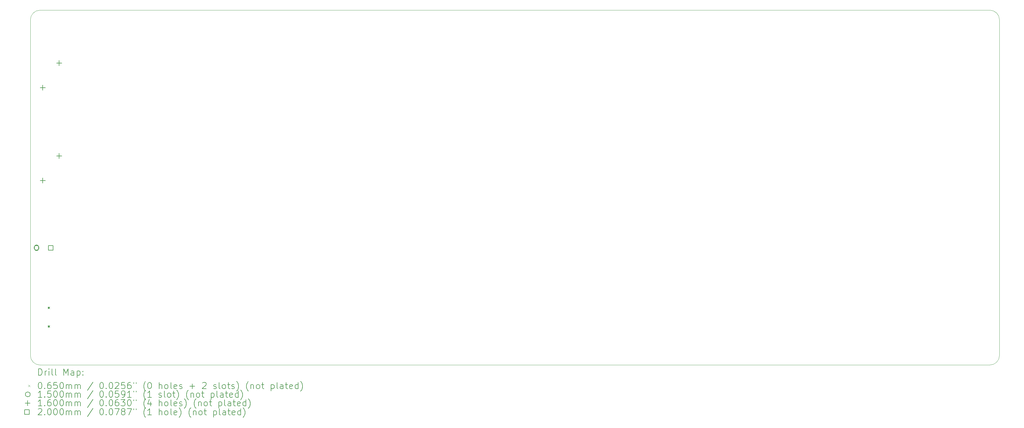
<source format=gbr>
%FSLAX45Y45*%
G04 Gerber Fmt 4.5, Leading zero omitted, Abs format (unit mm)*
G04 Created by KiCad (PCBNEW 6.0.5) date 2022-06-11 02:34:35*
%MOMM*%
%LPD*%
G01*
G04 APERTURE LIST*
%TA.AperFunction,Profile*%
%ADD10C,0.100000*%
%TD*%
%ADD11C,0.200000*%
%ADD12C,0.065000*%
%ADD13C,0.150000*%
%ADD14C,0.160000*%
G04 APERTURE END LIST*
D10*
X31200000Y-11900000D02*
X31200000Y-1500000D01*
X31200000Y-1500000D02*
G75*
G03*
X30900000Y-1200000I-300000J0D01*
G01*
X30900000Y-12200000D02*
G75*
G03*
X31200000Y-11900000I0J300000D01*
G01*
X1200000Y-11900000D02*
G75*
G03*
X1500000Y-12200000I300000J0D01*
G01*
X1200000Y-1500000D02*
X1200000Y-11900000D01*
X1500000Y-1200000D02*
G75*
G03*
X1200000Y-1500000I0J-300000D01*
G01*
X30900000Y-1200000D02*
X1500000Y-1200000D01*
X1500000Y-12200000D02*
X30900000Y-12200000D01*
D11*
D12*
X1737500Y-10394049D02*
X1802500Y-10459049D01*
X1802500Y-10394049D02*
X1737500Y-10459049D01*
D11*
X1747500Y-10426549D02*
X1747500Y-10426549D01*
X1792500Y-10426549D02*
X1792500Y-10426549D01*
X1747500Y-10426549D02*
G75*
G03*
X1792500Y-10426549I22500J0D01*
G01*
X1792500Y-10426549D02*
G75*
G03*
X1747500Y-10426549I-22500J0D01*
G01*
D12*
X1737500Y-10972049D02*
X1802500Y-11037049D01*
X1802500Y-10972049D02*
X1737500Y-11037049D01*
D11*
X1747500Y-11004549D02*
X1747500Y-11004549D01*
X1792500Y-11004549D02*
X1792500Y-11004549D01*
X1747500Y-11004549D02*
G75*
G03*
X1792500Y-11004549I22500J0D01*
G01*
X1792500Y-11004549D02*
G75*
G03*
X1747500Y-11004549I-22500J0D01*
G01*
D13*
X1465000Y-8565549D02*
G75*
G03*
X1465000Y-8565549I-75000J0D01*
G01*
D11*
X1455000Y-8590549D02*
X1455000Y-8540549D01*
X1325000Y-8590549D02*
X1325000Y-8540549D01*
X1455000Y-8540549D02*
G75*
G03*
X1325000Y-8540549I-65000J0D01*
G01*
X1325000Y-8590549D02*
G75*
G03*
X1455000Y-8590549I65000J0D01*
G01*
D14*
X1583000Y-3520000D02*
X1583000Y-3680000D01*
X1503000Y-3600000D02*
X1663000Y-3600000D01*
X1583000Y-6397549D02*
X1583000Y-6557549D01*
X1503000Y-6477549D02*
X1663000Y-6477549D01*
X2091000Y-2758000D02*
X2091000Y-2918000D01*
X2011000Y-2838000D02*
X2171000Y-2838000D01*
X2091000Y-5635549D02*
X2091000Y-5795549D01*
X2011000Y-5715549D02*
X2171000Y-5715549D01*
D11*
X1900711Y-8636260D02*
X1900711Y-8494838D01*
X1759289Y-8494838D01*
X1759289Y-8636260D01*
X1900711Y-8636260D01*
X1452619Y-12515476D02*
X1452619Y-12315476D01*
X1500238Y-12315476D01*
X1528809Y-12325000D01*
X1547857Y-12344048D01*
X1557381Y-12363095D01*
X1566905Y-12401190D01*
X1566905Y-12429762D01*
X1557381Y-12467857D01*
X1547857Y-12486905D01*
X1528809Y-12505952D01*
X1500238Y-12515476D01*
X1452619Y-12515476D01*
X1652619Y-12515476D02*
X1652619Y-12382143D01*
X1652619Y-12420238D02*
X1662143Y-12401190D01*
X1671667Y-12391667D01*
X1690714Y-12382143D01*
X1709762Y-12382143D01*
X1776428Y-12515476D02*
X1776428Y-12382143D01*
X1776428Y-12315476D02*
X1766905Y-12325000D01*
X1776428Y-12334524D01*
X1785952Y-12325000D01*
X1776428Y-12315476D01*
X1776428Y-12334524D01*
X1900238Y-12515476D02*
X1881190Y-12505952D01*
X1871667Y-12486905D01*
X1871667Y-12315476D01*
X2005000Y-12515476D02*
X1985952Y-12505952D01*
X1976428Y-12486905D01*
X1976428Y-12315476D01*
X2233571Y-12515476D02*
X2233571Y-12315476D01*
X2300238Y-12458333D01*
X2366905Y-12315476D01*
X2366905Y-12515476D01*
X2547857Y-12515476D02*
X2547857Y-12410714D01*
X2538333Y-12391667D01*
X2519286Y-12382143D01*
X2481190Y-12382143D01*
X2462143Y-12391667D01*
X2547857Y-12505952D02*
X2528810Y-12515476D01*
X2481190Y-12515476D01*
X2462143Y-12505952D01*
X2452619Y-12486905D01*
X2452619Y-12467857D01*
X2462143Y-12448809D01*
X2481190Y-12439286D01*
X2528810Y-12439286D01*
X2547857Y-12429762D01*
X2643095Y-12382143D02*
X2643095Y-12582143D01*
X2643095Y-12391667D02*
X2662143Y-12382143D01*
X2700238Y-12382143D01*
X2719286Y-12391667D01*
X2728810Y-12401190D01*
X2738333Y-12420238D01*
X2738333Y-12477381D01*
X2728810Y-12496428D01*
X2719286Y-12505952D01*
X2700238Y-12515476D01*
X2662143Y-12515476D01*
X2643095Y-12505952D01*
X2824048Y-12496428D02*
X2833571Y-12505952D01*
X2824048Y-12515476D01*
X2814524Y-12505952D01*
X2824048Y-12496428D01*
X2824048Y-12515476D01*
X2824048Y-12391667D02*
X2833571Y-12401190D01*
X2824048Y-12410714D01*
X2814524Y-12401190D01*
X2824048Y-12391667D01*
X2824048Y-12410714D01*
D12*
X1130000Y-12812500D02*
X1195000Y-12877500D01*
X1195000Y-12812500D02*
X1130000Y-12877500D01*
D11*
X1490714Y-12735476D02*
X1509762Y-12735476D01*
X1528809Y-12745000D01*
X1538333Y-12754524D01*
X1547857Y-12773571D01*
X1557381Y-12811667D01*
X1557381Y-12859286D01*
X1547857Y-12897381D01*
X1538333Y-12916428D01*
X1528809Y-12925952D01*
X1509762Y-12935476D01*
X1490714Y-12935476D01*
X1471667Y-12925952D01*
X1462143Y-12916428D01*
X1452619Y-12897381D01*
X1443095Y-12859286D01*
X1443095Y-12811667D01*
X1452619Y-12773571D01*
X1462143Y-12754524D01*
X1471667Y-12745000D01*
X1490714Y-12735476D01*
X1643095Y-12916428D02*
X1652619Y-12925952D01*
X1643095Y-12935476D01*
X1633571Y-12925952D01*
X1643095Y-12916428D01*
X1643095Y-12935476D01*
X1824048Y-12735476D02*
X1785952Y-12735476D01*
X1766905Y-12745000D01*
X1757381Y-12754524D01*
X1738333Y-12783095D01*
X1728809Y-12821190D01*
X1728809Y-12897381D01*
X1738333Y-12916428D01*
X1747857Y-12925952D01*
X1766905Y-12935476D01*
X1805000Y-12935476D01*
X1824048Y-12925952D01*
X1833571Y-12916428D01*
X1843095Y-12897381D01*
X1843095Y-12849762D01*
X1833571Y-12830714D01*
X1824048Y-12821190D01*
X1805000Y-12811667D01*
X1766905Y-12811667D01*
X1747857Y-12821190D01*
X1738333Y-12830714D01*
X1728809Y-12849762D01*
X2024048Y-12735476D02*
X1928809Y-12735476D01*
X1919286Y-12830714D01*
X1928809Y-12821190D01*
X1947857Y-12811667D01*
X1995476Y-12811667D01*
X2014524Y-12821190D01*
X2024048Y-12830714D01*
X2033571Y-12849762D01*
X2033571Y-12897381D01*
X2024048Y-12916428D01*
X2014524Y-12925952D01*
X1995476Y-12935476D01*
X1947857Y-12935476D01*
X1928809Y-12925952D01*
X1919286Y-12916428D01*
X2157381Y-12735476D02*
X2176429Y-12735476D01*
X2195476Y-12745000D01*
X2205000Y-12754524D01*
X2214524Y-12773571D01*
X2224048Y-12811667D01*
X2224048Y-12859286D01*
X2214524Y-12897381D01*
X2205000Y-12916428D01*
X2195476Y-12925952D01*
X2176429Y-12935476D01*
X2157381Y-12935476D01*
X2138333Y-12925952D01*
X2128810Y-12916428D01*
X2119286Y-12897381D01*
X2109762Y-12859286D01*
X2109762Y-12811667D01*
X2119286Y-12773571D01*
X2128810Y-12754524D01*
X2138333Y-12745000D01*
X2157381Y-12735476D01*
X2309762Y-12935476D02*
X2309762Y-12802143D01*
X2309762Y-12821190D02*
X2319286Y-12811667D01*
X2338333Y-12802143D01*
X2366905Y-12802143D01*
X2385952Y-12811667D01*
X2395476Y-12830714D01*
X2395476Y-12935476D01*
X2395476Y-12830714D02*
X2405000Y-12811667D01*
X2424048Y-12802143D01*
X2452619Y-12802143D01*
X2471667Y-12811667D01*
X2481190Y-12830714D01*
X2481190Y-12935476D01*
X2576429Y-12935476D02*
X2576429Y-12802143D01*
X2576429Y-12821190D02*
X2585952Y-12811667D01*
X2605000Y-12802143D01*
X2633571Y-12802143D01*
X2652619Y-12811667D01*
X2662143Y-12830714D01*
X2662143Y-12935476D01*
X2662143Y-12830714D02*
X2671667Y-12811667D01*
X2690714Y-12802143D01*
X2719286Y-12802143D01*
X2738333Y-12811667D01*
X2747857Y-12830714D01*
X2747857Y-12935476D01*
X3138333Y-12725952D02*
X2966905Y-12983095D01*
X3395476Y-12735476D02*
X3414524Y-12735476D01*
X3433571Y-12745000D01*
X3443095Y-12754524D01*
X3452619Y-12773571D01*
X3462143Y-12811667D01*
X3462143Y-12859286D01*
X3452619Y-12897381D01*
X3443095Y-12916428D01*
X3433571Y-12925952D01*
X3414524Y-12935476D01*
X3395476Y-12935476D01*
X3376428Y-12925952D01*
X3366905Y-12916428D01*
X3357381Y-12897381D01*
X3347857Y-12859286D01*
X3347857Y-12811667D01*
X3357381Y-12773571D01*
X3366905Y-12754524D01*
X3376428Y-12745000D01*
X3395476Y-12735476D01*
X3547857Y-12916428D02*
X3557381Y-12925952D01*
X3547857Y-12935476D01*
X3538333Y-12925952D01*
X3547857Y-12916428D01*
X3547857Y-12935476D01*
X3681190Y-12735476D02*
X3700238Y-12735476D01*
X3719286Y-12745000D01*
X3728809Y-12754524D01*
X3738333Y-12773571D01*
X3747857Y-12811667D01*
X3747857Y-12859286D01*
X3738333Y-12897381D01*
X3728809Y-12916428D01*
X3719286Y-12925952D01*
X3700238Y-12935476D01*
X3681190Y-12935476D01*
X3662143Y-12925952D01*
X3652619Y-12916428D01*
X3643095Y-12897381D01*
X3633571Y-12859286D01*
X3633571Y-12811667D01*
X3643095Y-12773571D01*
X3652619Y-12754524D01*
X3662143Y-12745000D01*
X3681190Y-12735476D01*
X3824048Y-12754524D02*
X3833571Y-12745000D01*
X3852619Y-12735476D01*
X3900238Y-12735476D01*
X3919286Y-12745000D01*
X3928809Y-12754524D01*
X3938333Y-12773571D01*
X3938333Y-12792619D01*
X3928809Y-12821190D01*
X3814524Y-12935476D01*
X3938333Y-12935476D01*
X4119286Y-12735476D02*
X4024048Y-12735476D01*
X4014524Y-12830714D01*
X4024048Y-12821190D01*
X4043095Y-12811667D01*
X4090714Y-12811667D01*
X4109762Y-12821190D01*
X4119286Y-12830714D01*
X4128809Y-12849762D01*
X4128809Y-12897381D01*
X4119286Y-12916428D01*
X4109762Y-12925952D01*
X4090714Y-12935476D01*
X4043095Y-12935476D01*
X4024048Y-12925952D01*
X4014524Y-12916428D01*
X4300238Y-12735476D02*
X4262143Y-12735476D01*
X4243095Y-12745000D01*
X4233571Y-12754524D01*
X4214524Y-12783095D01*
X4205000Y-12821190D01*
X4205000Y-12897381D01*
X4214524Y-12916428D01*
X4224048Y-12925952D01*
X4243095Y-12935476D01*
X4281190Y-12935476D01*
X4300238Y-12925952D01*
X4309762Y-12916428D01*
X4319286Y-12897381D01*
X4319286Y-12849762D01*
X4309762Y-12830714D01*
X4300238Y-12821190D01*
X4281190Y-12811667D01*
X4243095Y-12811667D01*
X4224048Y-12821190D01*
X4214524Y-12830714D01*
X4205000Y-12849762D01*
X4395476Y-12735476D02*
X4395476Y-12773571D01*
X4471667Y-12735476D02*
X4471667Y-12773571D01*
X4766905Y-13011667D02*
X4757381Y-13002143D01*
X4738333Y-12973571D01*
X4728810Y-12954524D01*
X4719286Y-12925952D01*
X4709762Y-12878333D01*
X4709762Y-12840238D01*
X4719286Y-12792619D01*
X4728810Y-12764048D01*
X4738333Y-12745000D01*
X4757381Y-12716428D01*
X4766905Y-12706905D01*
X4881190Y-12735476D02*
X4900238Y-12735476D01*
X4919286Y-12745000D01*
X4928810Y-12754524D01*
X4938333Y-12773571D01*
X4947857Y-12811667D01*
X4947857Y-12859286D01*
X4938333Y-12897381D01*
X4928810Y-12916428D01*
X4919286Y-12925952D01*
X4900238Y-12935476D01*
X4881190Y-12935476D01*
X4862143Y-12925952D01*
X4852619Y-12916428D01*
X4843095Y-12897381D01*
X4833571Y-12859286D01*
X4833571Y-12811667D01*
X4843095Y-12773571D01*
X4852619Y-12754524D01*
X4862143Y-12745000D01*
X4881190Y-12735476D01*
X5185952Y-12935476D02*
X5185952Y-12735476D01*
X5271667Y-12935476D02*
X5271667Y-12830714D01*
X5262143Y-12811667D01*
X5243095Y-12802143D01*
X5214524Y-12802143D01*
X5195476Y-12811667D01*
X5185952Y-12821190D01*
X5395476Y-12935476D02*
X5376429Y-12925952D01*
X5366905Y-12916428D01*
X5357381Y-12897381D01*
X5357381Y-12840238D01*
X5366905Y-12821190D01*
X5376429Y-12811667D01*
X5395476Y-12802143D01*
X5424048Y-12802143D01*
X5443095Y-12811667D01*
X5452619Y-12821190D01*
X5462143Y-12840238D01*
X5462143Y-12897381D01*
X5452619Y-12916428D01*
X5443095Y-12925952D01*
X5424048Y-12935476D01*
X5395476Y-12935476D01*
X5576429Y-12935476D02*
X5557381Y-12925952D01*
X5547857Y-12906905D01*
X5547857Y-12735476D01*
X5728809Y-12925952D02*
X5709762Y-12935476D01*
X5671667Y-12935476D01*
X5652619Y-12925952D01*
X5643095Y-12906905D01*
X5643095Y-12830714D01*
X5652619Y-12811667D01*
X5671667Y-12802143D01*
X5709762Y-12802143D01*
X5728809Y-12811667D01*
X5738333Y-12830714D01*
X5738333Y-12849762D01*
X5643095Y-12868809D01*
X5814524Y-12925952D02*
X5833571Y-12935476D01*
X5871667Y-12935476D01*
X5890714Y-12925952D01*
X5900238Y-12906905D01*
X5900238Y-12897381D01*
X5890714Y-12878333D01*
X5871667Y-12868809D01*
X5843095Y-12868809D01*
X5824048Y-12859286D01*
X5814524Y-12840238D01*
X5814524Y-12830714D01*
X5824048Y-12811667D01*
X5843095Y-12802143D01*
X5871667Y-12802143D01*
X5890714Y-12811667D01*
X6138333Y-12859286D02*
X6290714Y-12859286D01*
X6214524Y-12935476D02*
X6214524Y-12783095D01*
X6528809Y-12754524D02*
X6538333Y-12745000D01*
X6557381Y-12735476D01*
X6605000Y-12735476D01*
X6624048Y-12745000D01*
X6633571Y-12754524D01*
X6643095Y-12773571D01*
X6643095Y-12792619D01*
X6633571Y-12821190D01*
X6519286Y-12935476D01*
X6643095Y-12935476D01*
X6871667Y-12925952D02*
X6890714Y-12935476D01*
X6928809Y-12935476D01*
X6947857Y-12925952D01*
X6957381Y-12906905D01*
X6957381Y-12897381D01*
X6947857Y-12878333D01*
X6928809Y-12868809D01*
X6900238Y-12868809D01*
X6881190Y-12859286D01*
X6871667Y-12840238D01*
X6871667Y-12830714D01*
X6881190Y-12811667D01*
X6900238Y-12802143D01*
X6928809Y-12802143D01*
X6947857Y-12811667D01*
X7071667Y-12935476D02*
X7052619Y-12925952D01*
X7043095Y-12906905D01*
X7043095Y-12735476D01*
X7176428Y-12935476D02*
X7157381Y-12925952D01*
X7147857Y-12916428D01*
X7138333Y-12897381D01*
X7138333Y-12840238D01*
X7147857Y-12821190D01*
X7157381Y-12811667D01*
X7176428Y-12802143D01*
X7205000Y-12802143D01*
X7224048Y-12811667D01*
X7233571Y-12821190D01*
X7243095Y-12840238D01*
X7243095Y-12897381D01*
X7233571Y-12916428D01*
X7224048Y-12925952D01*
X7205000Y-12935476D01*
X7176428Y-12935476D01*
X7300238Y-12802143D02*
X7376428Y-12802143D01*
X7328809Y-12735476D02*
X7328809Y-12906905D01*
X7338333Y-12925952D01*
X7357381Y-12935476D01*
X7376428Y-12935476D01*
X7433571Y-12925952D02*
X7452619Y-12935476D01*
X7490714Y-12935476D01*
X7509762Y-12925952D01*
X7519286Y-12906905D01*
X7519286Y-12897381D01*
X7509762Y-12878333D01*
X7490714Y-12868809D01*
X7462143Y-12868809D01*
X7443095Y-12859286D01*
X7433571Y-12840238D01*
X7433571Y-12830714D01*
X7443095Y-12811667D01*
X7462143Y-12802143D01*
X7490714Y-12802143D01*
X7509762Y-12811667D01*
X7585952Y-13011667D02*
X7595476Y-13002143D01*
X7614524Y-12973571D01*
X7624048Y-12954524D01*
X7633571Y-12925952D01*
X7643095Y-12878333D01*
X7643095Y-12840238D01*
X7633571Y-12792619D01*
X7624048Y-12764048D01*
X7614524Y-12745000D01*
X7595476Y-12716428D01*
X7585952Y-12706905D01*
X7947857Y-13011667D02*
X7938333Y-13002143D01*
X7919286Y-12973571D01*
X7909762Y-12954524D01*
X7900238Y-12925952D01*
X7890714Y-12878333D01*
X7890714Y-12840238D01*
X7900238Y-12792619D01*
X7909762Y-12764048D01*
X7919286Y-12745000D01*
X7938333Y-12716428D01*
X7947857Y-12706905D01*
X8024048Y-12802143D02*
X8024048Y-12935476D01*
X8024048Y-12821190D02*
X8033571Y-12811667D01*
X8052619Y-12802143D01*
X8081190Y-12802143D01*
X8100238Y-12811667D01*
X8109762Y-12830714D01*
X8109762Y-12935476D01*
X8233571Y-12935476D02*
X8214524Y-12925952D01*
X8205000Y-12916428D01*
X8195476Y-12897381D01*
X8195476Y-12840238D01*
X8205000Y-12821190D01*
X8214524Y-12811667D01*
X8233571Y-12802143D01*
X8262143Y-12802143D01*
X8281190Y-12811667D01*
X8290714Y-12821190D01*
X8300238Y-12840238D01*
X8300238Y-12897381D01*
X8290714Y-12916428D01*
X8281190Y-12925952D01*
X8262143Y-12935476D01*
X8233571Y-12935476D01*
X8357381Y-12802143D02*
X8433571Y-12802143D01*
X8385952Y-12735476D02*
X8385952Y-12906905D01*
X8395476Y-12925952D01*
X8414524Y-12935476D01*
X8433571Y-12935476D01*
X8652619Y-12802143D02*
X8652619Y-13002143D01*
X8652619Y-12811667D02*
X8671667Y-12802143D01*
X8709762Y-12802143D01*
X8728810Y-12811667D01*
X8738333Y-12821190D01*
X8747857Y-12840238D01*
X8747857Y-12897381D01*
X8738333Y-12916428D01*
X8728810Y-12925952D01*
X8709762Y-12935476D01*
X8671667Y-12935476D01*
X8652619Y-12925952D01*
X8862143Y-12935476D02*
X8843095Y-12925952D01*
X8833571Y-12906905D01*
X8833571Y-12735476D01*
X9024048Y-12935476D02*
X9024048Y-12830714D01*
X9014524Y-12811667D01*
X8995476Y-12802143D01*
X8957381Y-12802143D01*
X8938333Y-12811667D01*
X9024048Y-12925952D02*
X9005000Y-12935476D01*
X8957381Y-12935476D01*
X8938333Y-12925952D01*
X8928810Y-12906905D01*
X8928810Y-12887857D01*
X8938333Y-12868809D01*
X8957381Y-12859286D01*
X9005000Y-12859286D01*
X9024048Y-12849762D01*
X9090714Y-12802143D02*
X9166905Y-12802143D01*
X9119286Y-12735476D02*
X9119286Y-12906905D01*
X9128810Y-12925952D01*
X9147857Y-12935476D01*
X9166905Y-12935476D01*
X9309762Y-12925952D02*
X9290714Y-12935476D01*
X9252619Y-12935476D01*
X9233571Y-12925952D01*
X9224048Y-12906905D01*
X9224048Y-12830714D01*
X9233571Y-12811667D01*
X9252619Y-12802143D01*
X9290714Y-12802143D01*
X9309762Y-12811667D01*
X9319286Y-12830714D01*
X9319286Y-12849762D01*
X9224048Y-12868809D01*
X9490714Y-12935476D02*
X9490714Y-12735476D01*
X9490714Y-12925952D02*
X9471667Y-12935476D01*
X9433571Y-12935476D01*
X9414524Y-12925952D01*
X9405000Y-12916428D01*
X9395476Y-12897381D01*
X9395476Y-12840238D01*
X9405000Y-12821190D01*
X9414524Y-12811667D01*
X9433571Y-12802143D01*
X9471667Y-12802143D01*
X9490714Y-12811667D01*
X9566905Y-13011667D02*
X9576429Y-13002143D01*
X9595476Y-12973571D01*
X9605000Y-12954524D01*
X9614524Y-12925952D01*
X9624048Y-12878333D01*
X9624048Y-12840238D01*
X9614524Y-12792619D01*
X9605000Y-12764048D01*
X9595476Y-12745000D01*
X9576429Y-12716428D01*
X9566905Y-12706905D01*
D13*
X1195000Y-13109000D02*
G75*
G03*
X1195000Y-13109000I-75000J0D01*
G01*
D11*
X1557381Y-13199476D02*
X1443095Y-13199476D01*
X1500238Y-13199476D02*
X1500238Y-12999476D01*
X1481190Y-13028048D01*
X1462143Y-13047095D01*
X1443095Y-13056619D01*
X1643095Y-13180428D02*
X1652619Y-13189952D01*
X1643095Y-13199476D01*
X1633571Y-13189952D01*
X1643095Y-13180428D01*
X1643095Y-13199476D01*
X1833571Y-12999476D02*
X1738333Y-12999476D01*
X1728809Y-13094714D01*
X1738333Y-13085190D01*
X1757381Y-13075667D01*
X1805000Y-13075667D01*
X1824048Y-13085190D01*
X1833571Y-13094714D01*
X1843095Y-13113762D01*
X1843095Y-13161381D01*
X1833571Y-13180428D01*
X1824048Y-13189952D01*
X1805000Y-13199476D01*
X1757381Y-13199476D01*
X1738333Y-13189952D01*
X1728809Y-13180428D01*
X1966905Y-12999476D02*
X1985952Y-12999476D01*
X2005000Y-13009000D01*
X2014524Y-13018524D01*
X2024048Y-13037571D01*
X2033571Y-13075667D01*
X2033571Y-13123286D01*
X2024048Y-13161381D01*
X2014524Y-13180428D01*
X2005000Y-13189952D01*
X1985952Y-13199476D01*
X1966905Y-13199476D01*
X1947857Y-13189952D01*
X1938333Y-13180428D01*
X1928809Y-13161381D01*
X1919286Y-13123286D01*
X1919286Y-13075667D01*
X1928809Y-13037571D01*
X1938333Y-13018524D01*
X1947857Y-13009000D01*
X1966905Y-12999476D01*
X2157381Y-12999476D02*
X2176429Y-12999476D01*
X2195476Y-13009000D01*
X2205000Y-13018524D01*
X2214524Y-13037571D01*
X2224048Y-13075667D01*
X2224048Y-13123286D01*
X2214524Y-13161381D01*
X2205000Y-13180428D01*
X2195476Y-13189952D01*
X2176429Y-13199476D01*
X2157381Y-13199476D01*
X2138333Y-13189952D01*
X2128810Y-13180428D01*
X2119286Y-13161381D01*
X2109762Y-13123286D01*
X2109762Y-13075667D01*
X2119286Y-13037571D01*
X2128810Y-13018524D01*
X2138333Y-13009000D01*
X2157381Y-12999476D01*
X2309762Y-13199476D02*
X2309762Y-13066143D01*
X2309762Y-13085190D02*
X2319286Y-13075667D01*
X2338333Y-13066143D01*
X2366905Y-13066143D01*
X2385952Y-13075667D01*
X2395476Y-13094714D01*
X2395476Y-13199476D01*
X2395476Y-13094714D02*
X2405000Y-13075667D01*
X2424048Y-13066143D01*
X2452619Y-13066143D01*
X2471667Y-13075667D01*
X2481190Y-13094714D01*
X2481190Y-13199476D01*
X2576429Y-13199476D02*
X2576429Y-13066143D01*
X2576429Y-13085190D02*
X2585952Y-13075667D01*
X2605000Y-13066143D01*
X2633571Y-13066143D01*
X2652619Y-13075667D01*
X2662143Y-13094714D01*
X2662143Y-13199476D01*
X2662143Y-13094714D02*
X2671667Y-13075667D01*
X2690714Y-13066143D01*
X2719286Y-13066143D01*
X2738333Y-13075667D01*
X2747857Y-13094714D01*
X2747857Y-13199476D01*
X3138333Y-12989952D02*
X2966905Y-13247095D01*
X3395476Y-12999476D02*
X3414524Y-12999476D01*
X3433571Y-13009000D01*
X3443095Y-13018524D01*
X3452619Y-13037571D01*
X3462143Y-13075667D01*
X3462143Y-13123286D01*
X3452619Y-13161381D01*
X3443095Y-13180428D01*
X3433571Y-13189952D01*
X3414524Y-13199476D01*
X3395476Y-13199476D01*
X3376428Y-13189952D01*
X3366905Y-13180428D01*
X3357381Y-13161381D01*
X3347857Y-13123286D01*
X3347857Y-13075667D01*
X3357381Y-13037571D01*
X3366905Y-13018524D01*
X3376428Y-13009000D01*
X3395476Y-12999476D01*
X3547857Y-13180428D02*
X3557381Y-13189952D01*
X3547857Y-13199476D01*
X3538333Y-13189952D01*
X3547857Y-13180428D01*
X3547857Y-13199476D01*
X3681190Y-12999476D02*
X3700238Y-12999476D01*
X3719286Y-13009000D01*
X3728809Y-13018524D01*
X3738333Y-13037571D01*
X3747857Y-13075667D01*
X3747857Y-13123286D01*
X3738333Y-13161381D01*
X3728809Y-13180428D01*
X3719286Y-13189952D01*
X3700238Y-13199476D01*
X3681190Y-13199476D01*
X3662143Y-13189952D01*
X3652619Y-13180428D01*
X3643095Y-13161381D01*
X3633571Y-13123286D01*
X3633571Y-13075667D01*
X3643095Y-13037571D01*
X3652619Y-13018524D01*
X3662143Y-13009000D01*
X3681190Y-12999476D01*
X3928809Y-12999476D02*
X3833571Y-12999476D01*
X3824048Y-13094714D01*
X3833571Y-13085190D01*
X3852619Y-13075667D01*
X3900238Y-13075667D01*
X3919286Y-13085190D01*
X3928809Y-13094714D01*
X3938333Y-13113762D01*
X3938333Y-13161381D01*
X3928809Y-13180428D01*
X3919286Y-13189952D01*
X3900238Y-13199476D01*
X3852619Y-13199476D01*
X3833571Y-13189952D01*
X3824048Y-13180428D01*
X4033571Y-13199476D02*
X4071667Y-13199476D01*
X4090714Y-13189952D01*
X4100238Y-13180428D01*
X4119286Y-13151857D01*
X4128809Y-13113762D01*
X4128809Y-13037571D01*
X4119286Y-13018524D01*
X4109762Y-13009000D01*
X4090714Y-12999476D01*
X4052619Y-12999476D01*
X4033571Y-13009000D01*
X4024048Y-13018524D01*
X4014524Y-13037571D01*
X4014524Y-13085190D01*
X4024048Y-13104238D01*
X4033571Y-13113762D01*
X4052619Y-13123286D01*
X4090714Y-13123286D01*
X4109762Y-13113762D01*
X4119286Y-13104238D01*
X4128809Y-13085190D01*
X4319286Y-13199476D02*
X4205000Y-13199476D01*
X4262143Y-13199476D02*
X4262143Y-12999476D01*
X4243095Y-13028048D01*
X4224048Y-13047095D01*
X4205000Y-13056619D01*
X4395476Y-12999476D02*
X4395476Y-13037571D01*
X4471667Y-12999476D02*
X4471667Y-13037571D01*
X4766905Y-13275667D02*
X4757381Y-13266143D01*
X4738333Y-13237571D01*
X4728810Y-13218524D01*
X4719286Y-13189952D01*
X4709762Y-13142333D01*
X4709762Y-13104238D01*
X4719286Y-13056619D01*
X4728810Y-13028048D01*
X4738333Y-13009000D01*
X4757381Y-12980428D01*
X4766905Y-12970905D01*
X4947857Y-13199476D02*
X4833571Y-13199476D01*
X4890714Y-13199476D02*
X4890714Y-12999476D01*
X4871667Y-13028048D01*
X4852619Y-13047095D01*
X4833571Y-13056619D01*
X5176429Y-13189952D02*
X5195476Y-13199476D01*
X5233571Y-13199476D01*
X5252619Y-13189952D01*
X5262143Y-13170905D01*
X5262143Y-13161381D01*
X5252619Y-13142333D01*
X5233571Y-13132809D01*
X5205000Y-13132809D01*
X5185952Y-13123286D01*
X5176429Y-13104238D01*
X5176429Y-13094714D01*
X5185952Y-13075667D01*
X5205000Y-13066143D01*
X5233571Y-13066143D01*
X5252619Y-13075667D01*
X5376429Y-13199476D02*
X5357381Y-13189952D01*
X5347857Y-13170905D01*
X5347857Y-12999476D01*
X5481190Y-13199476D02*
X5462143Y-13189952D01*
X5452619Y-13180428D01*
X5443095Y-13161381D01*
X5443095Y-13104238D01*
X5452619Y-13085190D01*
X5462143Y-13075667D01*
X5481190Y-13066143D01*
X5509762Y-13066143D01*
X5528810Y-13075667D01*
X5538333Y-13085190D01*
X5547857Y-13104238D01*
X5547857Y-13161381D01*
X5538333Y-13180428D01*
X5528810Y-13189952D01*
X5509762Y-13199476D01*
X5481190Y-13199476D01*
X5605000Y-13066143D02*
X5681190Y-13066143D01*
X5633571Y-12999476D02*
X5633571Y-13170905D01*
X5643095Y-13189952D01*
X5662143Y-13199476D01*
X5681190Y-13199476D01*
X5728809Y-13275667D02*
X5738333Y-13266143D01*
X5757381Y-13237571D01*
X5766905Y-13218524D01*
X5776428Y-13189952D01*
X5785952Y-13142333D01*
X5785952Y-13104238D01*
X5776428Y-13056619D01*
X5766905Y-13028048D01*
X5757381Y-13009000D01*
X5738333Y-12980428D01*
X5728809Y-12970905D01*
X6090714Y-13275667D02*
X6081190Y-13266143D01*
X6062143Y-13237571D01*
X6052619Y-13218524D01*
X6043095Y-13189952D01*
X6033571Y-13142333D01*
X6033571Y-13104238D01*
X6043095Y-13056619D01*
X6052619Y-13028048D01*
X6062143Y-13009000D01*
X6081190Y-12980428D01*
X6090714Y-12970905D01*
X6166905Y-13066143D02*
X6166905Y-13199476D01*
X6166905Y-13085190D02*
X6176428Y-13075667D01*
X6195476Y-13066143D01*
X6224048Y-13066143D01*
X6243095Y-13075667D01*
X6252619Y-13094714D01*
X6252619Y-13199476D01*
X6376428Y-13199476D02*
X6357381Y-13189952D01*
X6347857Y-13180428D01*
X6338333Y-13161381D01*
X6338333Y-13104238D01*
X6347857Y-13085190D01*
X6357381Y-13075667D01*
X6376428Y-13066143D01*
X6405000Y-13066143D01*
X6424048Y-13075667D01*
X6433571Y-13085190D01*
X6443095Y-13104238D01*
X6443095Y-13161381D01*
X6433571Y-13180428D01*
X6424048Y-13189952D01*
X6405000Y-13199476D01*
X6376428Y-13199476D01*
X6500238Y-13066143D02*
X6576428Y-13066143D01*
X6528809Y-12999476D02*
X6528809Y-13170905D01*
X6538333Y-13189952D01*
X6557381Y-13199476D01*
X6576428Y-13199476D01*
X6795476Y-13066143D02*
X6795476Y-13266143D01*
X6795476Y-13075667D02*
X6814524Y-13066143D01*
X6852619Y-13066143D01*
X6871667Y-13075667D01*
X6881190Y-13085190D01*
X6890714Y-13104238D01*
X6890714Y-13161381D01*
X6881190Y-13180428D01*
X6871667Y-13189952D01*
X6852619Y-13199476D01*
X6814524Y-13199476D01*
X6795476Y-13189952D01*
X7005000Y-13199476D02*
X6985952Y-13189952D01*
X6976428Y-13170905D01*
X6976428Y-12999476D01*
X7166905Y-13199476D02*
X7166905Y-13094714D01*
X7157381Y-13075667D01*
X7138333Y-13066143D01*
X7100238Y-13066143D01*
X7081190Y-13075667D01*
X7166905Y-13189952D02*
X7147857Y-13199476D01*
X7100238Y-13199476D01*
X7081190Y-13189952D01*
X7071667Y-13170905D01*
X7071667Y-13151857D01*
X7081190Y-13132809D01*
X7100238Y-13123286D01*
X7147857Y-13123286D01*
X7166905Y-13113762D01*
X7233571Y-13066143D02*
X7309762Y-13066143D01*
X7262143Y-12999476D02*
X7262143Y-13170905D01*
X7271667Y-13189952D01*
X7290714Y-13199476D01*
X7309762Y-13199476D01*
X7452619Y-13189952D02*
X7433571Y-13199476D01*
X7395476Y-13199476D01*
X7376428Y-13189952D01*
X7366905Y-13170905D01*
X7366905Y-13094714D01*
X7376428Y-13075667D01*
X7395476Y-13066143D01*
X7433571Y-13066143D01*
X7452619Y-13075667D01*
X7462143Y-13094714D01*
X7462143Y-13113762D01*
X7366905Y-13132809D01*
X7633571Y-13199476D02*
X7633571Y-12999476D01*
X7633571Y-13189952D02*
X7614524Y-13199476D01*
X7576428Y-13199476D01*
X7557381Y-13189952D01*
X7547857Y-13180428D01*
X7538333Y-13161381D01*
X7538333Y-13104238D01*
X7547857Y-13085190D01*
X7557381Y-13075667D01*
X7576428Y-13066143D01*
X7614524Y-13066143D01*
X7633571Y-13075667D01*
X7709762Y-13275667D02*
X7719286Y-13266143D01*
X7738333Y-13237571D01*
X7747857Y-13218524D01*
X7757381Y-13189952D01*
X7766905Y-13142333D01*
X7766905Y-13104238D01*
X7757381Y-13056619D01*
X7747857Y-13028048D01*
X7738333Y-13009000D01*
X7719286Y-12980428D01*
X7709762Y-12970905D01*
D14*
X1115000Y-13299000D02*
X1115000Y-13459000D01*
X1035000Y-13379000D02*
X1195000Y-13379000D01*
D11*
X1557381Y-13469476D02*
X1443095Y-13469476D01*
X1500238Y-13469476D02*
X1500238Y-13269476D01*
X1481190Y-13298048D01*
X1462143Y-13317095D01*
X1443095Y-13326619D01*
X1643095Y-13450428D02*
X1652619Y-13459952D01*
X1643095Y-13469476D01*
X1633571Y-13459952D01*
X1643095Y-13450428D01*
X1643095Y-13469476D01*
X1824048Y-13269476D02*
X1785952Y-13269476D01*
X1766905Y-13279000D01*
X1757381Y-13288524D01*
X1738333Y-13317095D01*
X1728809Y-13355190D01*
X1728809Y-13431381D01*
X1738333Y-13450428D01*
X1747857Y-13459952D01*
X1766905Y-13469476D01*
X1805000Y-13469476D01*
X1824048Y-13459952D01*
X1833571Y-13450428D01*
X1843095Y-13431381D01*
X1843095Y-13383762D01*
X1833571Y-13364714D01*
X1824048Y-13355190D01*
X1805000Y-13345667D01*
X1766905Y-13345667D01*
X1747857Y-13355190D01*
X1738333Y-13364714D01*
X1728809Y-13383762D01*
X1966905Y-13269476D02*
X1985952Y-13269476D01*
X2005000Y-13279000D01*
X2014524Y-13288524D01*
X2024048Y-13307571D01*
X2033571Y-13345667D01*
X2033571Y-13393286D01*
X2024048Y-13431381D01*
X2014524Y-13450428D01*
X2005000Y-13459952D01*
X1985952Y-13469476D01*
X1966905Y-13469476D01*
X1947857Y-13459952D01*
X1938333Y-13450428D01*
X1928809Y-13431381D01*
X1919286Y-13393286D01*
X1919286Y-13345667D01*
X1928809Y-13307571D01*
X1938333Y-13288524D01*
X1947857Y-13279000D01*
X1966905Y-13269476D01*
X2157381Y-13269476D02*
X2176429Y-13269476D01*
X2195476Y-13279000D01*
X2205000Y-13288524D01*
X2214524Y-13307571D01*
X2224048Y-13345667D01*
X2224048Y-13393286D01*
X2214524Y-13431381D01*
X2205000Y-13450428D01*
X2195476Y-13459952D01*
X2176429Y-13469476D01*
X2157381Y-13469476D01*
X2138333Y-13459952D01*
X2128810Y-13450428D01*
X2119286Y-13431381D01*
X2109762Y-13393286D01*
X2109762Y-13345667D01*
X2119286Y-13307571D01*
X2128810Y-13288524D01*
X2138333Y-13279000D01*
X2157381Y-13269476D01*
X2309762Y-13469476D02*
X2309762Y-13336143D01*
X2309762Y-13355190D02*
X2319286Y-13345667D01*
X2338333Y-13336143D01*
X2366905Y-13336143D01*
X2385952Y-13345667D01*
X2395476Y-13364714D01*
X2395476Y-13469476D01*
X2395476Y-13364714D02*
X2405000Y-13345667D01*
X2424048Y-13336143D01*
X2452619Y-13336143D01*
X2471667Y-13345667D01*
X2481190Y-13364714D01*
X2481190Y-13469476D01*
X2576429Y-13469476D02*
X2576429Y-13336143D01*
X2576429Y-13355190D02*
X2585952Y-13345667D01*
X2605000Y-13336143D01*
X2633571Y-13336143D01*
X2652619Y-13345667D01*
X2662143Y-13364714D01*
X2662143Y-13469476D01*
X2662143Y-13364714D02*
X2671667Y-13345667D01*
X2690714Y-13336143D01*
X2719286Y-13336143D01*
X2738333Y-13345667D01*
X2747857Y-13364714D01*
X2747857Y-13469476D01*
X3138333Y-13259952D02*
X2966905Y-13517095D01*
X3395476Y-13269476D02*
X3414524Y-13269476D01*
X3433571Y-13279000D01*
X3443095Y-13288524D01*
X3452619Y-13307571D01*
X3462143Y-13345667D01*
X3462143Y-13393286D01*
X3452619Y-13431381D01*
X3443095Y-13450428D01*
X3433571Y-13459952D01*
X3414524Y-13469476D01*
X3395476Y-13469476D01*
X3376428Y-13459952D01*
X3366905Y-13450428D01*
X3357381Y-13431381D01*
X3347857Y-13393286D01*
X3347857Y-13345667D01*
X3357381Y-13307571D01*
X3366905Y-13288524D01*
X3376428Y-13279000D01*
X3395476Y-13269476D01*
X3547857Y-13450428D02*
X3557381Y-13459952D01*
X3547857Y-13469476D01*
X3538333Y-13459952D01*
X3547857Y-13450428D01*
X3547857Y-13469476D01*
X3681190Y-13269476D02*
X3700238Y-13269476D01*
X3719286Y-13279000D01*
X3728809Y-13288524D01*
X3738333Y-13307571D01*
X3747857Y-13345667D01*
X3747857Y-13393286D01*
X3738333Y-13431381D01*
X3728809Y-13450428D01*
X3719286Y-13459952D01*
X3700238Y-13469476D01*
X3681190Y-13469476D01*
X3662143Y-13459952D01*
X3652619Y-13450428D01*
X3643095Y-13431381D01*
X3633571Y-13393286D01*
X3633571Y-13345667D01*
X3643095Y-13307571D01*
X3652619Y-13288524D01*
X3662143Y-13279000D01*
X3681190Y-13269476D01*
X3919286Y-13269476D02*
X3881190Y-13269476D01*
X3862143Y-13279000D01*
X3852619Y-13288524D01*
X3833571Y-13317095D01*
X3824048Y-13355190D01*
X3824048Y-13431381D01*
X3833571Y-13450428D01*
X3843095Y-13459952D01*
X3862143Y-13469476D01*
X3900238Y-13469476D01*
X3919286Y-13459952D01*
X3928809Y-13450428D01*
X3938333Y-13431381D01*
X3938333Y-13383762D01*
X3928809Y-13364714D01*
X3919286Y-13355190D01*
X3900238Y-13345667D01*
X3862143Y-13345667D01*
X3843095Y-13355190D01*
X3833571Y-13364714D01*
X3824048Y-13383762D01*
X4005000Y-13269476D02*
X4128809Y-13269476D01*
X4062143Y-13345667D01*
X4090714Y-13345667D01*
X4109762Y-13355190D01*
X4119286Y-13364714D01*
X4128809Y-13383762D01*
X4128809Y-13431381D01*
X4119286Y-13450428D01*
X4109762Y-13459952D01*
X4090714Y-13469476D01*
X4033571Y-13469476D01*
X4014524Y-13459952D01*
X4005000Y-13450428D01*
X4252619Y-13269476D02*
X4271667Y-13269476D01*
X4290714Y-13279000D01*
X4300238Y-13288524D01*
X4309762Y-13307571D01*
X4319286Y-13345667D01*
X4319286Y-13393286D01*
X4309762Y-13431381D01*
X4300238Y-13450428D01*
X4290714Y-13459952D01*
X4271667Y-13469476D01*
X4252619Y-13469476D01*
X4233571Y-13459952D01*
X4224048Y-13450428D01*
X4214524Y-13431381D01*
X4205000Y-13393286D01*
X4205000Y-13345667D01*
X4214524Y-13307571D01*
X4224048Y-13288524D01*
X4233571Y-13279000D01*
X4252619Y-13269476D01*
X4395476Y-13269476D02*
X4395476Y-13307571D01*
X4471667Y-13269476D02*
X4471667Y-13307571D01*
X4766905Y-13545667D02*
X4757381Y-13536143D01*
X4738333Y-13507571D01*
X4728810Y-13488524D01*
X4719286Y-13459952D01*
X4709762Y-13412333D01*
X4709762Y-13374238D01*
X4719286Y-13326619D01*
X4728810Y-13298048D01*
X4738333Y-13279000D01*
X4757381Y-13250428D01*
X4766905Y-13240905D01*
X4928810Y-13336143D02*
X4928810Y-13469476D01*
X4881190Y-13259952D02*
X4833571Y-13402809D01*
X4957381Y-13402809D01*
X5185952Y-13469476D02*
X5185952Y-13269476D01*
X5271667Y-13469476D02*
X5271667Y-13364714D01*
X5262143Y-13345667D01*
X5243095Y-13336143D01*
X5214524Y-13336143D01*
X5195476Y-13345667D01*
X5185952Y-13355190D01*
X5395476Y-13469476D02*
X5376429Y-13459952D01*
X5366905Y-13450428D01*
X5357381Y-13431381D01*
X5357381Y-13374238D01*
X5366905Y-13355190D01*
X5376429Y-13345667D01*
X5395476Y-13336143D01*
X5424048Y-13336143D01*
X5443095Y-13345667D01*
X5452619Y-13355190D01*
X5462143Y-13374238D01*
X5462143Y-13431381D01*
X5452619Y-13450428D01*
X5443095Y-13459952D01*
X5424048Y-13469476D01*
X5395476Y-13469476D01*
X5576429Y-13469476D02*
X5557381Y-13459952D01*
X5547857Y-13440905D01*
X5547857Y-13269476D01*
X5728809Y-13459952D02*
X5709762Y-13469476D01*
X5671667Y-13469476D01*
X5652619Y-13459952D01*
X5643095Y-13440905D01*
X5643095Y-13364714D01*
X5652619Y-13345667D01*
X5671667Y-13336143D01*
X5709762Y-13336143D01*
X5728809Y-13345667D01*
X5738333Y-13364714D01*
X5738333Y-13383762D01*
X5643095Y-13402809D01*
X5814524Y-13459952D02*
X5833571Y-13469476D01*
X5871667Y-13469476D01*
X5890714Y-13459952D01*
X5900238Y-13440905D01*
X5900238Y-13431381D01*
X5890714Y-13412333D01*
X5871667Y-13402809D01*
X5843095Y-13402809D01*
X5824048Y-13393286D01*
X5814524Y-13374238D01*
X5814524Y-13364714D01*
X5824048Y-13345667D01*
X5843095Y-13336143D01*
X5871667Y-13336143D01*
X5890714Y-13345667D01*
X5966905Y-13545667D02*
X5976428Y-13536143D01*
X5995476Y-13507571D01*
X6005000Y-13488524D01*
X6014524Y-13459952D01*
X6024048Y-13412333D01*
X6024048Y-13374238D01*
X6014524Y-13326619D01*
X6005000Y-13298048D01*
X5995476Y-13279000D01*
X5976428Y-13250428D01*
X5966905Y-13240905D01*
X6328809Y-13545667D02*
X6319286Y-13536143D01*
X6300238Y-13507571D01*
X6290714Y-13488524D01*
X6281190Y-13459952D01*
X6271667Y-13412333D01*
X6271667Y-13374238D01*
X6281190Y-13326619D01*
X6290714Y-13298048D01*
X6300238Y-13279000D01*
X6319286Y-13250428D01*
X6328809Y-13240905D01*
X6405000Y-13336143D02*
X6405000Y-13469476D01*
X6405000Y-13355190D02*
X6414524Y-13345667D01*
X6433571Y-13336143D01*
X6462143Y-13336143D01*
X6481190Y-13345667D01*
X6490714Y-13364714D01*
X6490714Y-13469476D01*
X6614524Y-13469476D02*
X6595476Y-13459952D01*
X6585952Y-13450428D01*
X6576428Y-13431381D01*
X6576428Y-13374238D01*
X6585952Y-13355190D01*
X6595476Y-13345667D01*
X6614524Y-13336143D01*
X6643095Y-13336143D01*
X6662143Y-13345667D01*
X6671667Y-13355190D01*
X6681190Y-13374238D01*
X6681190Y-13431381D01*
X6671667Y-13450428D01*
X6662143Y-13459952D01*
X6643095Y-13469476D01*
X6614524Y-13469476D01*
X6738333Y-13336143D02*
X6814524Y-13336143D01*
X6766905Y-13269476D02*
X6766905Y-13440905D01*
X6776428Y-13459952D01*
X6795476Y-13469476D01*
X6814524Y-13469476D01*
X7033571Y-13336143D02*
X7033571Y-13536143D01*
X7033571Y-13345667D02*
X7052619Y-13336143D01*
X7090714Y-13336143D01*
X7109762Y-13345667D01*
X7119286Y-13355190D01*
X7128809Y-13374238D01*
X7128809Y-13431381D01*
X7119286Y-13450428D01*
X7109762Y-13459952D01*
X7090714Y-13469476D01*
X7052619Y-13469476D01*
X7033571Y-13459952D01*
X7243095Y-13469476D02*
X7224048Y-13459952D01*
X7214524Y-13440905D01*
X7214524Y-13269476D01*
X7405000Y-13469476D02*
X7405000Y-13364714D01*
X7395476Y-13345667D01*
X7376428Y-13336143D01*
X7338333Y-13336143D01*
X7319286Y-13345667D01*
X7405000Y-13459952D02*
X7385952Y-13469476D01*
X7338333Y-13469476D01*
X7319286Y-13459952D01*
X7309762Y-13440905D01*
X7309762Y-13421857D01*
X7319286Y-13402809D01*
X7338333Y-13393286D01*
X7385952Y-13393286D01*
X7405000Y-13383762D01*
X7471667Y-13336143D02*
X7547857Y-13336143D01*
X7500238Y-13269476D02*
X7500238Y-13440905D01*
X7509762Y-13459952D01*
X7528809Y-13469476D01*
X7547857Y-13469476D01*
X7690714Y-13459952D02*
X7671667Y-13469476D01*
X7633571Y-13469476D01*
X7614524Y-13459952D01*
X7605000Y-13440905D01*
X7605000Y-13364714D01*
X7614524Y-13345667D01*
X7633571Y-13336143D01*
X7671667Y-13336143D01*
X7690714Y-13345667D01*
X7700238Y-13364714D01*
X7700238Y-13383762D01*
X7605000Y-13402809D01*
X7871667Y-13469476D02*
X7871667Y-13269476D01*
X7871667Y-13459952D02*
X7852619Y-13469476D01*
X7814524Y-13469476D01*
X7795476Y-13459952D01*
X7785952Y-13450428D01*
X7776428Y-13431381D01*
X7776428Y-13374238D01*
X7785952Y-13355190D01*
X7795476Y-13345667D01*
X7814524Y-13336143D01*
X7852619Y-13336143D01*
X7871667Y-13345667D01*
X7947857Y-13545667D02*
X7957381Y-13536143D01*
X7976428Y-13507571D01*
X7985952Y-13488524D01*
X7995476Y-13459952D01*
X8005000Y-13412333D01*
X8005000Y-13374238D01*
X7995476Y-13326619D01*
X7985952Y-13298048D01*
X7976428Y-13279000D01*
X7957381Y-13250428D01*
X7947857Y-13240905D01*
X1165711Y-13729711D02*
X1165711Y-13588289D01*
X1024289Y-13588289D01*
X1024289Y-13729711D01*
X1165711Y-13729711D01*
X1443095Y-13568524D02*
X1452619Y-13559000D01*
X1471667Y-13549476D01*
X1519286Y-13549476D01*
X1538333Y-13559000D01*
X1547857Y-13568524D01*
X1557381Y-13587571D01*
X1557381Y-13606619D01*
X1547857Y-13635190D01*
X1433571Y-13749476D01*
X1557381Y-13749476D01*
X1643095Y-13730428D02*
X1652619Y-13739952D01*
X1643095Y-13749476D01*
X1633571Y-13739952D01*
X1643095Y-13730428D01*
X1643095Y-13749476D01*
X1776428Y-13549476D02*
X1795476Y-13549476D01*
X1814524Y-13559000D01*
X1824048Y-13568524D01*
X1833571Y-13587571D01*
X1843095Y-13625667D01*
X1843095Y-13673286D01*
X1833571Y-13711381D01*
X1824048Y-13730428D01*
X1814524Y-13739952D01*
X1795476Y-13749476D01*
X1776428Y-13749476D01*
X1757381Y-13739952D01*
X1747857Y-13730428D01*
X1738333Y-13711381D01*
X1728809Y-13673286D01*
X1728809Y-13625667D01*
X1738333Y-13587571D01*
X1747857Y-13568524D01*
X1757381Y-13559000D01*
X1776428Y-13549476D01*
X1966905Y-13549476D02*
X1985952Y-13549476D01*
X2005000Y-13559000D01*
X2014524Y-13568524D01*
X2024048Y-13587571D01*
X2033571Y-13625667D01*
X2033571Y-13673286D01*
X2024048Y-13711381D01*
X2014524Y-13730428D01*
X2005000Y-13739952D01*
X1985952Y-13749476D01*
X1966905Y-13749476D01*
X1947857Y-13739952D01*
X1938333Y-13730428D01*
X1928809Y-13711381D01*
X1919286Y-13673286D01*
X1919286Y-13625667D01*
X1928809Y-13587571D01*
X1938333Y-13568524D01*
X1947857Y-13559000D01*
X1966905Y-13549476D01*
X2157381Y-13549476D02*
X2176429Y-13549476D01*
X2195476Y-13559000D01*
X2205000Y-13568524D01*
X2214524Y-13587571D01*
X2224048Y-13625667D01*
X2224048Y-13673286D01*
X2214524Y-13711381D01*
X2205000Y-13730428D01*
X2195476Y-13739952D01*
X2176429Y-13749476D01*
X2157381Y-13749476D01*
X2138333Y-13739952D01*
X2128810Y-13730428D01*
X2119286Y-13711381D01*
X2109762Y-13673286D01*
X2109762Y-13625667D01*
X2119286Y-13587571D01*
X2128810Y-13568524D01*
X2138333Y-13559000D01*
X2157381Y-13549476D01*
X2309762Y-13749476D02*
X2309762Y-13616143D01*
X2309762Y-13635190D02*
X2319286Y-13625667D01*
X2338333Y-13616143D01*
X2366905Y-13616143D01*
X2385952Y-13625667D01*
X2395476Y-13644714D01*
X2395476Y-13749476D01*
X2395476Y-13644714D02*
X2405000Y-13625667D01*
X2424048Y-13616143D01*
X2452619Y-13616143D01*
X2471667Y-13625667D01*
X2481190Y-13644714D01*
X2481190Y-13749476D01*
X2576429Y-13749476D02*
X2576429Y-13616143D01*
X2576429Y-13635190D02*
X2585952Y-13625667D01*
X2605000Y-13616143D01*
X2633571Y-13616143D01*
X2652619Y-13625667D01*
X2662143Y-13644714D01*
X2662143Y-13749476D01*
X2662143Y-13644714D02*
X2671667Y-13625667D01*
X2690714Y-13616143D01*
X2719286Y-13616143D01*
X2738333Y-13625667D01*
X2747857Y-13644714D01*
X2747857Y-13749476D01*
X3138333Y-13539952D02*
X2966905Y-13797095D01*
X3395476Y-13549476D02*
X3414524Y-13549476D01*
X3433571Y-13559000D01*
X3443095Y-13568524D01*
X3452619Y-13587571D01*
X3462143Y-13625667D01*
X3462143Y-13673286D01*
X3452619Y-13711381D01*
X3443095Y-13730428D01*
X3433571Y-13739952D01*
X3414524Y-13749476D01*
X3395476Y-13749476D01*
X3376428Y-13739952D01*
X3366905Y-13730428D01*
X3357381Y-13711381D01*
X3347857Y-13673286D01*
X3347857Y-13625667D01*
X3357381Y-13587571D01*
X3366905Y-13568524D01*
X3376428Y-13559000D01*
X3395476Y-13549476D01*
X3547857Y-13730428D02*
X3557381Y-13739952D01*
X3547857Y-13749476D01*
X3538333Y-13739952D01*
X3547857Y-13730428D01*
X3547857Y-13749476D01*
X3681190Y-13549476D02*
X3700238Y-13549476D01*
X3719286Y-13559000D01*
X3728809Y-13568524D01*
X3738333Y-13587571D01*
X3747857Y-13625667D01*
X3747857Y-13673286D01*
X3738333Y-13711381D01*
X3728809Y-13730428D01*
X3719286Y-13739952D01*
X3700238Y-13749476D01*
X3681190Y-13749476D01*
X3662143Y-13739952D01*
X3652619Y-13730428D01*
X3643095Y-13711381D01*
X3633571Y-13673286D01*
X3633571Y-13625667D01*
X3643095Y-13587571D01*
X3652619Y-13568524D01*
X3662143Y-13559000D01*
X3681190Y-13549476D01*
X3814524Y-13549476D02*
X3947857Y-13549476D01*
X3862143Y-13749476D01*
X4052619Y-13635190D02*
X4033571Y-13625667D01*
X4024048Y-13616143D01*
X4014524Y-13597095D01*
X4014524Y-13587571D01*
X4024048Y-13568524D01*
X4033571Y-13559000D01*
X4052619Y-13549476D01*
X4090714Y-13549476D01*
X4109762Y-13559000D01*
X4119286Y-13568524D01*
X4128809Y-13587571D01*
X4128809Y-13597095D01*
X4119286Y-13616143D01*
X4109762Y-13625667D01*
X4090714Y-13635190D01*
X4052619Y-13635190D01*
X4033571Y-13644714D01*
X4024048Y-13654238D01*
X4014524Y-13673286D01*
X4014524Y-13711381D01*
X4024048Y-13730428D01*
X4033571Y-13739952D01*
X4052619Y-13749476D01*
X4090714Y-13749476D01*
X4109762Y-13739952D01*
X4119286Y-13730428D01*
X4128809Y-13711381D01*
X4128809Y-13673286D01*
X4119286Y-13654238D01*
X4109762Y-13644714D01*
X4090714Y-13635190D01*
X4195476Y-13549476D02*
X4328810Y-13549476D01*
X4243095Y-13749476D01*
X4395476Y-13549476D02*
X4395476Y-13587571D01*
X4471667Y-13549476D02*
X4471667Y-13587571D01*
X4766905Y-13825667D02*
X4757381Y-13816143D01*
X4738333Y-13787571D01*
X4728810Y-13768524D01*
X4719286Y-13739952D01*
X4709762Y-13692333D01*
X4709762Y-13654238D01*
X4719286Y-13606619D01*
X4728810Y-13578048D01*
X4738333Y-13559000D01*
X4757381Y-13530428D01*
X4766905Y-13520905D01*
X4947857Y-13749476D02*
X4833571Y-13749476D01*
X4890714Y-13749476D02*
X4890714Y-13549476D01*
X4871667Y-13578048D01*
X4852619Y-13597095D01*
X4833571Y-13606619D01*
X5185952Y-13749476D02*
X5185952Y-13549476D01*
X5271667Y-13749476D02*
X5271667Y-13644714D01*
X5262143Y-13625667D01*
X5243095Y-13616143D01*
X5214524Y-13616143D01*
X5195476Y-13625667D01*
X5185952Y-13635190D01*
X5395476Y-13749476D02*
X5376429Y-13739952D01*
X5366905Y-13730428D01*
X5357381Y-13711381D01*
X5357381Y-13654238D01*
X5366905Y-13635190D01*
X5376429Y-13625667D01*
X5395476Y-13616143D01*
X5424048Y-13616143D01*
X5443095Y-13625667D01*
X5452619Y-13635190D01*
X5462143Y-13654238D01*
X5462143Y-13711381D01*
X5452619Y-13730428D01*
X5443095Y-13739952D01*
X5424048Y-13749476D01*
X5395476Y-13749476D01*
X5576429Y-13749476D02*
X5557381Y-13739952D01*
X5547857Y-13720905D01*
X5547857Y-13549476D01*
X5728809Y-13739952D02*
X5709762Y-13749476D01*
X5671667Y-13749476D01*
X5652619Y-13739952D01*
X5643095Y-13720905D01*
X5643095Y-13644714D01*
X5652619Y-13625667D01*
X5671667Y-13616143D01*
X5709762Y-13616143D01*
X5728809Y-13625667D01*
X5738333Y-13644714D01*
X5738333Y-13663762D01*
X5643095Y-13682809D01*
X5805000Y-13825667D02*
X5814524Y-13816143D01*
X5833571Y-13787571D01*
X5843095Y-13768524D01*
X5852619Y-13739952D01*
X5862143Y-13692333D01*
X5862143Y-13654238D01*
X5852619Y-13606619D01*
X5843095Y-13578048D01*
X5833571Y-13559000D01*
X5814524Y-13530428D01*
X5805000Y-13520905D01*
X6166905Y-13825667D02*
X6157381Y-13816143D01*
X6138333Y-13787571D01*
X6128809Y-13768524D01*
X6119286Y-13739952D01*
X6109762Y-13692333D01*
X6109762Y-13654238D01*
X6119286Y-13606619D01*
X6128809Y-13578048D01*
X6138333Y-13559000D01*
X6157381Y-13530428D01*
X6166905Y-13520905D01*
X6243095Y-13616143D02*
X6243095Y-13749476D01*
X6243095Y-13635190D02*
X6252619Y-13625667D01*
X6271667Y-13616143D01*
X6300238Y-13616143D01*
X6319286Y-13625667D01*
X6328809Y-13644714D01*
X6328809Y-13749476D01*
X6452619Y-13749476D02*
X6433571Y-13739952D01*
X6424048Y-13730428D01*
X6414524Y-13711381D01*
X6414524Y-13654238D01*
X6424048Y-13635190D01*
X6433571Y-13625667D01*
X6452619Y-13616143D01*
X6481190Y-13616143D01*
X6500238Y-13625667D01*
X6509762Y-13635190D01*
X6519286Y-13654238D01*
X6519286Y-13711381D01*
X6509762Y-13730428D01*
X6500238Y-13739952D01*
X6481190Y-13749476D01*
X6452619Y-13749476D01*
X6576428Y-13616143D02*
X6652619Y-13616143D01*
X6605000Y-13549476D02*
X6605000Y-13720905D01*
X6614524Y-13739952D01*
X6633571Y-13749476D01*
X6652619Y-13749476D01*
X6871667Y-13616143D02*
X6871667Y-13816143D01*
X6871667Y-13625667D02*
X6890714Y-13616143D01*
X6928809Y-13616143D01*
X6947857Y-13625667D01*
X6957381Y-13635190D01*
X6966905Y-13654238D01*
X6966905Y-13711381D01*
X6957381Y-13730428D01*
X6947857Y-13739952D01*
X6928809Y-13749476D01*
X6890714Y-13749476D01*
X6871667Y-13739952D01*
X7081190Y-13749476D02*
X7062143Y-13739952D01*
X7052619Y-13720905D01*
X7052619Y-13549476D01*
X7243095Y-13749476D02*
X7243095Y-13644714D01*
X7233571Y-13625667D01*
X7214524Y-13616143D01*
X7176428Y-13616143D01*
X7157381Y-13625667D01*
X7243095Y-13739952D02*
X7224048Y-13749476D01*
X7176428Y-13749476D01*
X7157381Y-13739952D01*
X7147857Y-13720905D01*
X7147857Y-13701857D01*
X7157381Y-13682809D01*
X7176428Y-13673286D01*
X7224048Y-13673286D01*
X7243095Y-13663762D01*
X7309762Y-13616143D02*
X7385952Y-13616143D01*
X7338333Y-13549476D02*
X7338333Y-13720905D01*
X7347857Y-13739952D01*
X7366905Y-13749476D01*
X7385952Y-13749476D01*
X7528809Y-13739952D02*
X7509762Y-13749476D01*
X7471667Y-13749476D01*
X7452619Y-13739952D01*
X7443095Y-13720905D01*
X7443095Y-13644714D01*
X7452619Y-13625667D01*
X7471667Y-13616143D01*
X7509762Y-13616143D01*
X7528809Y-13625667D01*
X7538333Y-13644714D01*
X7538333Y-13663762D01*
X7443095Y-13682809D01*
X7709762Y-13749476D02*
X7709762Y-13549476D01*
X7709762Y-13739952D02*
X7690714Y-13749476D01*
X7652619Y-13749476D01*
X7633571Y-13739952D01*
X7624048Y-13730428D01*
X7614524Y-13711381D01*
X7614524Y-13654238D01*
X7624048Y-13635190D01*
X7633571Y-13625667D01*
X7652619Y-13616143D01*
X7690714Y-13616143D01*
X7709762Y-13625667D01*
X7785952Y-13825667D02*
X7795476Y-13816143D01*
X7814524Y-13787571D01*
X7824048Y-13768524D01*
X7833571Y-13739952D01*
X7843095Y-13692333D01*
X7843095Y-13654238D01*
X7833571Y-13606619D01*
X7824048Y-13578048D01*
X7814524Y-13559000D01*
X7795476Y-13530428D01*
X7785952Y-13520905D01*
M02*

</source>
